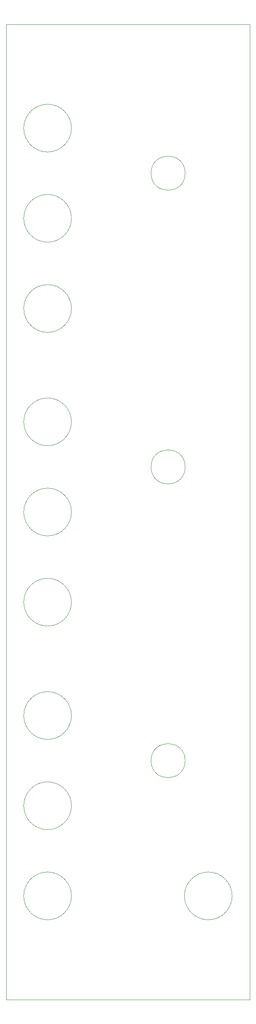
<source format=gm1>
%TF.GenerationSoftware,KiCad,Pcbnew,9.0.0*%
%TF.CreationDate,2025-03-16T10:30:10+01:00*%
%TF.ProjectId,DMH_Tripple_VCA_PANEL,444d485f-5472-4697-9070-6c655f564341,rev?*%
%TF.SameCoordinates,Original*%
%TF.FileFunction,Profile,NP*%
%FSLAX46Y46*%
G04 Gerber Fmt 4.6, Leading zero omitted, Abs format (unit mm)*
G04 Created by KiCad (PCBNEW 9.0.0) date 2025-03-16 10:30:10*
%MOMM*%
%LPD*%
G01*
G04 APERTURE LIST*
%TA.AperFunction,Profile*%
%ADD10C,0.050000*%
%TD*%
G04 APERTURE END LIST*
D10*
X50000000Y-30000000D02*
X100000000Y-30000000D01*
X100000000Y-230000000D01*
X50000000Y-230000000D01*
X50000000Y-30000000D01*
%TO.C,H13*%
X86750000Y-181000000D02*
G75*
G02*
X79750000Y-181000000I-3500000J0D01*
G01*
X79750000Y-181000000D02*
G75*
G02*
X86750000Y-181000000I3500000J0D01*
G01*
%TO.C,H11*%
X63400000Y-130000000D02*
G75*
G02*
X53600000Y-130000000I-4900000J0D01*
G01*
X53600000Y-130000000D02*
G75*
G02*
X63400000Y-130000000I4900000J0D01*
G01*
%TO.C,H7*%
X63400000Y-69750000D02*
G75*
G02*
X53600000Y-69750000I-4900000J0D01*
G01*
X53600000Y-69750000D02*
G75*
G02*
X63400000Y-69750000I4900000J0D01*
G01*
%TO.C,H16*%
X63400000Y-208750000D02*
G75*
G02*
X53600000Y-208750000I-4900000J0D01*
G01*
X53600000Y-208750000D02*
G75*
G02*
X63400000Y-208750000I4900000J0D01*
G01*
%TO.C,H15*%
X63400000Y-190250000D02*
G75*
G02*
X53600000Y-190250000I-4900000J0D01*
G01*
X53600000Y-190250000D02*
G75*
G02*
X63400000Y-190250000I4900000J0D01*
G01*
%TO.C,H12*%
X63400000Y-148500000D02*
G75*
G02*
X53600000Y-148500000I-4900000J0D01*
G01*
X53600000Y-148500000D02*
G75*
G02*
X63400000Y-148500000I4900000J0D01*
G01*
%TO.C,H14*%
X63400000Y-171750000D02*
G75*
G02*
X53600000Y-171750000I-4900000J0D01*
G01*
X53600000Y-171750000D02*
G75*
G02*
X63400000Y-171750000I4900000J0D01*
G01*
%TO.C,H10*%
X63400000Y-111500000D02*
G75*
G02*
X53600000Y-111500000I-4900000J0D01*
G01*
X53600000Y-111500000D02*
G75*
G02*
X63400000Y-111500000I4900000J0D01*
G01*
%TO.C,H5*%
X86750000Y-60500000D02*
G75*
G02*
X79750000Y-60500000I-3500000J0D01*
G01*
X79750000Y-60500000D02*
G75*
G02*
X86750000Y-60500000I3500000J0D01*
G01*
%TO.C,H9*%
X86750000Y-120750000D02*
G75*
G02*
X79750000Y-120750000I-3500000J0D01*
G01*
X79750000Y-120750000D02*
G75*
G02*
X86750000Y-120750000I3500000J0D01*
G01*
%TO.C,H6*%
X63400000Y-51250000D02*
G75*
G02*
X53600000Y-51250000I-4900000J0D01*
G01*
X53600000Y-51250000D02*
G75*
G02*
X63400000Y-51250000I4900000J0D01*
G01*
%TO.C,H18*%
X96400000Y-208750000D02*
G75*
G02*
X86600000Y-208750000I-4900000J0D01*
G01*
X86600000Y-208750000D02*
G75*
G02*
X96400000Y-208750000I4900000J0D01*
G01*
%TO.C,H8*%
X63400000Y-88250000D02*
G75*
G02*
X53600000Y-88250000I-4900000J0D01*
G01*
X53600000Y-88250000D02*
G75*
G02*
X63400000Y-88250000I4900000J0D01*
G01*
%TD*%
M02*

</source>
